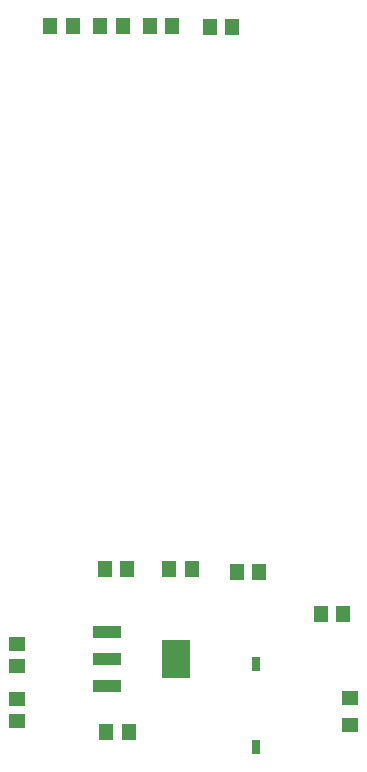
<source format=gtp>
G04*
G04 #@! TF.GenerationSoftware,Altium Limited,Altium Designer,22.10.1 (41)*
G04*
G04 Layer_Color=8421504*
%FSLAX44Y44*%
%MOMM*%
G71*
G04*
G04 #@! TF.SameCoordinates,8F1CFC92-A969-465F-A5A2-9E5291BB03E1*
G04*
G04*
G04 #@! TF.FilePolarity,Positive*
G04*
G01*
G75*
%ADD18R,1.4000X1.2000*%
%ADD19R,1.2000X1.4000*%
%ADD20R,0.8000X1.2000*%
%ADD21R,1.3970X1.2700*%
%ADD22R,2.4000X1.0000*%
%ADD23R,2.4000X3.3000*%
D18*
X148590Y116840D02*
D03*
Y97840D02*
D03*
Y70416D02*
D03*
Y51416D02*
D03*
D19*
X334714Y177192D02*
D03*
X353714D02*
D03*
X277476Y180374D02*
D03*
X296476D02*
D03*
X241954Y180306D02*
D03*
X222954D02*
D03*
X405834Y141632D02*
D03*
X424834D02*
D03*
X224136Y41944D02*
D03*
X243136D02*
D03*
X176894Y639472D02*
D03*
X195894D02*
D03*
X311766Y638844D02*
D03*
X330766D02*
D03*
X218974Y639472D02*
D03*
X237974D02*
D03*
X261054D02*
D03*
X280054D02*
D03*
D20*
X350520Y29770D02*
D03*
Y99770D02*
D03*
D21*
X430530Y48260D02*
D03*
Y71120D02*
D03*
D22*
X225000Y127140D02*
D03*
Y104140D02*
D03*
Y81140D02*
D03*
D23*
X283000Y104140D02*
D03*
M02*

</source>
